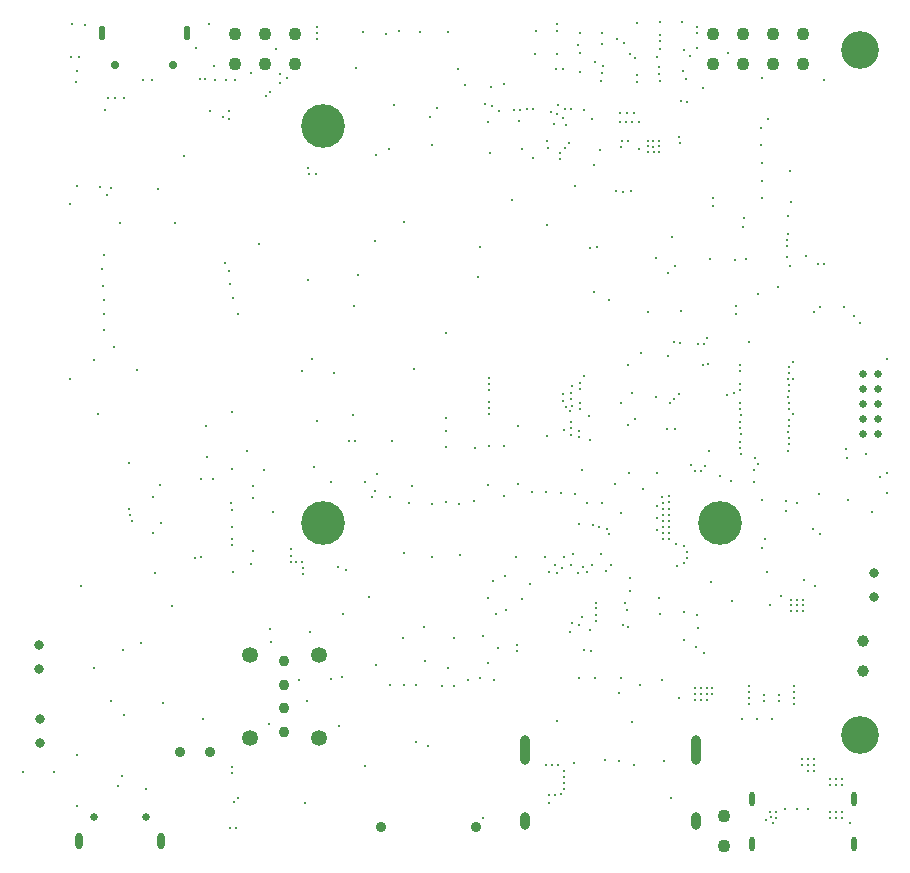
<source format=gbr>
%FSTAX23Y23*%
%MOIN*%
%SFA1B1*%

%IPPOS*%
%ADD254O,0.023622X0.055118*%
%ADD255C,0.025591*%
%ADD256C,0.035433*%
%ADD257C,0.031496*%
%ADD258C,0.053150*%
%ADD259C,0.043307*%
%ADD260O,0.019685X0.047244*%
%ADD261C,0.145669*%
%ADD262C,0.125984*%
%ADD263O,0.019685X0.051181*%
%ADD264C,0.027559*%
%ADD265C,0.043307*%
%ADD266O,0.031496X0.098425*%
%ADD267O,0.031496X0.059055*%
%ADD268C,0.036220*%
%ADD269C,0.039370*%
%ADD270C,0.007874*%
%LNx98_carrier_v1r2_12082022_pth_drill-1*%
%LPD*%
G54D254*
X00224Y00072D03*
X005D03*
G54D255*
X00275Y00154D03*
X0045D03*
X0289Y01528D03*
Y01478D03*
X0284D03*
Y01428D03*
Y01528D03*
Y01578D03*
X0289Y01428D03*
Y01578D03*
X0284Y01628D03*
X0289D03*
G54D256*
X00561Y0037D03*
X00661D03*
X01232Y00118D03*
X01547D03*
G54D257*
X00094Y00479D03*
Y00401D03*
X00093Y00647D03*
Y00725D03*
X02875Y00887D03*
Y00965D03*
G54D258*
X00796Y00417D03*
X01024D03*
Y00692D03*
X00796D03*
G54D259*
X02374Y00157D03*
Y00057D03*
G54D260*
X02468Y00062D03*
X02809Y00062D03*
Y00212D03*
X02468D03*
G54D261*
X01038Y01133D03*
Y02456D03*
X02361Y01133D03*
G54D262*
X02828Y02708D03*
Y00425D03*
G54D263*
X00584Y02765D03*
X00301D03*
G54D264*
X00346Y02661D03*
X00539D03*
G54D265*
X02637Y02764D03*
X02537D03*
X02437D03*
X02337D03*
Y02664D03*
X02437D03*
X02537D03*
X02637D03*
X00944Y02764D03*
X00844D03*
X00744D03*
Y02664D03*
X00844D03*
X00944D03*
G54D266*
X01713Y00375D03*
X02283D03*
G54D267*
X02283Y00139D03*
X01713D03*
G54D268*
X0091Y00437D03*
Y00515D03*
Y00594D03*
Y00673D03*
G54D269*
X02837Y0064D03*
Y0074D03*
G54D270*
X00678Y02608D03*
X00715Y02609D03*
X01487Y02645D03*
X01275Y02527D03*
X01737Y02351D03*
X01702Y02378D03*
X01594Y02366D03*
X01362Y02771D03*
X01456Y02769D03*
X01419Y02516D03*
X01249Y02764D03*
X01171Y02768D03*
X01292Y02772D03*
X00392Y01333D03*
X0029Y01496D03*
X00143Y00304D03*
X00219Y00361D03*
Y00188D03*
X00038Y00304D03*
X02596Y02305D03*
X00419Y01644D03*
X00275Y00651D03*
X00535Y00856D03*
X00847Y02555D03*
X00862Y02568D03*
X00894Y026D03*
X00661Y02506D03*
X00724Y02505D03*
X00627Y02613D03*
X00645D03*
X00614Y02715D03*
X00674Y02655D03*
X00657Y02797D03*
X00194Y01614D03*
X01213Y02074D03*
X00472Y01218D03*
X00494Y01259D03*
X00275Y01677D03*
X02769Y0026D03*
X02729Y0028D03*
X02749D03*
X02674Y00345D03*
X02769Y0028D03*
X02783Y0138D03*
X02894Y01287D03*
X02749Y0026D03*
X0273Y0026D03*
X02674Y00305D03*
Y00325D03*
X00232Y00924D03*
X00194Y02196D03*
X00373Y00711D03*
X00374Y00493D03*
X0045Y00245D03*
X00356Y00257D03*
X00433Y00734D03*
X00504Y00534D03*
X00637Y0048D03*
X00333Y00539D03*
X0037Y00289D03*
X0073Y00117D03*
X0075D03*
X00478Y00967D03*
X01513Y02593D03*
X026Y02203D03*
X0022Y02256D03*
X0109Y00985D03*
X01017Y01473D03*
X01137Y01493D03*
X01116Y00975D03*
X00967Y01638D03*
X01075Y01633D03*
X01998Y00993D03*
X01983Y00974D03*
X01647Y00843D03*
X01571Y00755D03*
X01952Y02054D03*
X01614Y00828D03*
X01927Y02049D03*
X01993Y01096D03*
X01587Y02471D03*
X00307Y02026D03*
X00303Y01978D03*
X00306Y01923D03*
X00308Y01875D03*
X00754Y01831D03*
X00729Y01931D03*
X0074Y01884D03*
X00725Y01973D03*
X01888Y00966D03*
X01904Y00985D03*
X0192Y00968D03*
X01936Y00993D03*
X00343Y0172D03*
X00309Y01777D03*
Y01829D03*
X00216Y02603D03*
X00226Y02686D03*
X00217Y02638D03*
X002Y02687D03*
X01447Y01767D03*
X01562Y02053D03*
X01555Y01952D03*
X00824Y02064D03*
X02284Y00826D03*
X01154Y0196D03*
X01879Y02257D03*
X01106Y0083D03*
X02162Y00831D03*
X02307Y007D03*
X01621Y00715D03*
X02503Y02617D03*
X01963Y02375D03*
X02331Y00936D03*
X01861Y0077D03*
X01892Y00792D03*
X02056Y00785D03*
X02162Y02759D03*
X02241Y0271D03*
X02249Y02614D03*
X02158Y02628D03*
X02086Y02625D03*
X01969Y02633D03*
X02157Y00883D03*
X01201Y0122D03*
X01193Y00887D03*
X01308Y01032D03*
X01214Y0066D03*
X02225Y00551D03*
X02033Y00615D03*
X02459Y0055D03*
Y0057D03*
Y0053D03*
X02095Y00592D03*
X01388Y00389D03*
X02287Y00782D03*
X02459Y01736D03*
X02409Y01565D03*
X02318Y01751D03*
X01785Y02127D03*
Y01423D03*
X02501Y01049D03*
X02582Y01207D03*
X02026Y00565D03*
X02401Y00874D03*
X02306Y02584D03*
X01934Y02478D03*
X02397Y01274D03*
X01903Y0131D03*
X00746Y0261D03*
X00797Y02632D03*
X00724Y0248D03*
X00705Y02485D03*
X00917Y02617D03*
X0181Y02462D03*
X00894Y02629D03*
X01474Y00588D03*
X00786Y01373D03*
X00497Y01133D03*
X0255Y0015D03*
X02516Y00143D03*
X02532Y00152D03*
X02538Y00133D03*
X022Y00215D03*
X0182Y00474D03*
X01572Y00151D03*
X00857Y00462D03*
X02767Y00171D03*
X00735Y01059D03*
X00994Y00769D03*
X02584Y02077D03*
Y02057D03*
X02648Y02024D03*
X02555Y01919D03*
X02694Y01854D03*
X02807Y01822D03*
X02774Y01853D03*
X02693Y0123D03*
X02619Y012D03*
X02566Y00888D03*
X01946Y00616D03*
X0268Y00922D03*
X02642Y00944D03*
X00738Y00968D03*
X00797Y00996D03*
X01103Y00621D03*
X01064Y00613D03*
X00959Y00608D03*
X00864Y00735D03*
X00862Y00779D03*
X01091Y00457D03*
X00985Y00541D03*
X00651Y01353D03*
X00736Y01313D03*
X00842Y01308D03*
X00804Y01257D03*
Y01217D03*
X00733Y01198D03*
X00873Y01169D03*
X00633Y01021D03*
X00395Y01159D03*
X00401Y01139D03*
X00392Y01179D03*
X00805Y0104D03*
X00612Y01017D03*
X00631Y01279D03*
X00671D03*
X00735Y01177D03*
Y01118D03*
Y01079D03*
X00472Y01098D03*
X02794Y00134D03*
X02175Y0034D03*
X02076Y00326D03*
X02026Y00341D03*
X01978Y00342D03*
X02489Y01896D03*
X02327Y02014D03*
X01435Y0059D03*
X00544Y02133D03*
X00361Y02134D03*
X01848Y02458D03*
X01587Y00666D03*
X01607Y0061D03*
X02596Y0199D03*
X01456Y00651D03*
X0138Y00673D03*
X01785Y02407D03*
X02729Y0017D03*
X02749D03*
X02729Y0015D03*
X02749D03*
X02769D03*
X02579Y0018D03*
X02547Y00171D03*
X02529Y0017D03*
X02634Y00325D03*
X02654Y00305D03*
Y00325D03*
Y00345D03*
X02634D03*
X0135Y00592D03*
X01308D03*
X00883Y02713D03*
X00576Y02356D03*
X01475Y0075D03*
X01813Y00993D03*
X01792Y0097D03*
X01948Y00807D03*
X02242Y00742D03*
X0195Y00848D03*
X01841Y01021D03*
X0195Y00867D03*
X01865Y00993D03*
X0195Y00827D03*
X0182Y00966D03*
X01835Y00982D03*
X02241Y00836D03*
X02559Y0054D03*
Y0056D03*
X02509Y0054D03*
Y0056D03*
X02609Y0053D03*
Y0055D03*
Y0057D03*
Y0059D03*
X02459D03*
X02434Y00478D03*
X02535D03*
X02485D03*
X00988Y01942D03*
X01562Y00616D03*
X01523Y0061D03*
X01263Y00592D03*
X01821Y02525D03*
X00488Y02246D03*
X01003Y01678D03*
X023Y01306D03*
X0243Y01659D03*
X02304Y01661D03*
X02324Y01374D03*
X02188Y01689D03*
X02209Y01735D03*
X02099Y017D03*
X01876Y00332D03*
X01841Y00305D03*
X01403Y02394D03*
X00469Y02611D03*
X00439D03*
X01867Y00801D03*
X02058Y01301D03*
X01626Y02507D03*
X01601Y02523D03*
X01578Y0253D03*
X01394Y02486D03*
X02323Y01662D03*
X02032Y01534D03*
X02067Y01567D03*
X02055Y0166D03*
X02229Y01732D03*
X01865Y01451D03*
Y01471D03*
X01862Y01505D03*
X01926Y01488D03*
X02149Y01553D03*
X02312Y01324D03*
X02363Y01288D03*
X02153Y01299D03*
X02104Y01245D03*
X0204Y02237D03*
X02016Y02238D03*
X02065D03*
X01146Y01406D03*
X01126D03*
X02588Y02096D03*
X0065Y01455D03*
X00712Y01999D03*
X01403Y01018D03*
X02687Y01995D03*
X02707D03*
X01669Y0221D03*
X02709Y02609D03*
X02336Y00564D03*
Y00583D03*
X02277D03*
X02317Y00543D03*
Y00563D03*
X02297Y00543D03*
X02067Y00468D03*
X01403Y01197D03*
X00931Y01004D03*
X02502Y02332D03*
X02588Y02155D03*
X02501Y02216D03*
Y02274D03*
X025Y02451D03*
Y02392D03*
X01973Y02656D03*
X01966Y02606D03*
X01944Y02671D03*
X02085Y02604D03*
X01641Y01224D03*
X02277Y00543D03*
X01496Y01025D03*
X01965Y0103D03*
X01873Y01028D03*
X02587Y01374D03*
Y01436D03*
X02606Y01495D03*
X02587Y01553D03*
Y01613D03*
X02606Y01614D03*
Y01669D03*
X02487Y01329D03*
X01993Y01876D03*
X01543Y01206D03*
X01588Y01261D03*
X01927Y0141D03*
X02593Y01573D03*
Y01593D03*
X00736Y01503D03*
X02032Y01165D03*
X01967Y01198D03*
X0192Y01198D03*
X01493Y01195D03*
X01779Y0102D03*
X02167Y00611D03*
X00244Y02794D03*
X01324Y012D03*
X01893Y01131D03*
X0196Y01118D03*
X01937Y01126D03*
X0243Y01533D03*
X01604Y0094D03*
X0243Y01595D03*
X0135Y00403D03*
X0243Y01513D03*
X01304Y0075D03*
X0243Y01404D03*
X01212Y01239D03*
X01177Y01269D03*
X01645Y00957D03*
X01589Y00882D03*
X0173Y00929D03*
X01986Y01114D03*
X0243Y01639D03*
Y01575D03*
X02012Y01263D03*
X0243Y01384D03*
Y0145D03*
Y01469D03*
X02069Y02468D03*
X01845Y02383D03*
X02513Y01078D03*
X00756Y00215D03*
X01683Y01019D03*
X00201Y02795D03*
X00376Y0255D03*
X01689Y01263D03*
X02215Y01063D03*
X02789Y01209D03*
X02519Y00971D03*
X02218Y00991D03*
X02867Y0117D03*
X02694Y01095D03*
X02251Y01037D03*
X02241Y01056D03*
X02252Y01016D03*
X02241Y00998D03*
X02062Y0095D03*
X02527Y00858D03*
X0188Y01229D03*
X01735Y01237D03*
X01641Y01388D03*
X01593Y01515D03*
Y01577D03*
X01593Y01389D03*
X01593Y01596D03*
Y01495D03*
Y01535D03*
Y01615D03*
X01447Y01204D03*
X01262Y01221D03*
X01864Y02513D03*
X0186Y02399D03*
X01907Y02508D03*
X01839Y02483D03*
X01844Y02513D03*
X01818Y02495D03*
X01798Y02504D03*
X01737Y02513D03*
X01718Y02513D03*
X0182Y02773D03*
X02034Y02406D03*
X01642Y02595D03*
X02048Y02468D03*
X01942Y02327D03*
X01829Y02367D03*
X0197Y02729D03*
X01969Y02766D03*
X01896Y02635D03*
X01894Y02765D03*
X02055Y02406D03*
X02158Y02406D03*
X02523Y02481D03*
X01828Y02347D03*
X02043Y02733D03*
X01675Y02509D03*
X01598Y02587D03*
X0182Y02695D03*
X01696Y02508D03*
X01747Y02774D03*
X01745Y02697D03*
X02503Y01209D03*
X02121Y02388D03*
X0223Y02401D03*
X02224Y02421D03*
X01376Y00786D03*
X0182Y02796D03*
X02122Y01835D03*
X01909Y01622D03*
X01891Y01419D03*
Y01439D03*
X02477Y0135D03*
X02431Y01493D03*
X00346Y0255D03*
X00321D03*
X00311Y0251D03*
X02074Y025D03*
X0203D03*
X02029Y02468D03*
X02052Y025D03*
X02141Y02368D03*
X02122Y02369D03*
X02159Y02368D03*
X02086Y02801D03*
X01791Y002D03*
X01831Y0023D03*
X01811Y00225D03*
X01791D03*
X01841Y00245D03*
Y00265D03*
Y00285D03*
X01821Y00325D03*
X01801D03*
X01781D03*
X02599Y0084D03*
X02619D03*
X0264D03*
X02599Y00859D03*
X02619D03*
X0264D03*
Y00877D03*
X02619D03*
X02599D03*
X02252Y02536D03*
X02078Y02684D03*
X00977Y00198D03*
X01177Y00324D03*
X01686Y00705D03*
Y00725D03*
X02447Y02012D03*
X02411Y0201D03*
X0234Y02188D03*
X02093Y02471D03*
X01891Y00617D03*
X01909Y00708D03*
X00734Y0032D03*
Y00301D03*
X00743Y00203D03*
X02201Y02085D03*
X02212Y0199D03*
X02033Y02386D03*
X01703Y00881D03*
X02388Y02699D03*
X02785Y01349D03*
X01789Y02383D03*
X02277Y00563D03*
X02297D03*
X02317Y00583D03*
X02297D03*
X0262Y00179D03*
X02656D03*
X01901Y0082D03*
X02172Y01098D03*
Y01078D03*
Y01139D03*
Y01119D03*
X02171Y0118D03*
Y0116D03*
X0217Y0122D03*
X02171Y01201D03*
X0244Y02121D03*
X01894Y01534D03*
Y01514D03*
X02593Y01415D03*
X02582Y01173D03*
X0122Y01295D03*
X01838Y02645D03*
X0224Y02641D03*
X02282Y00718D03*
X02037Y00793D03*
X01342Y01645D03*
X01269Y01406D03*
X0131Y02136D03*
X01142Y01855D03*
X01257Y02378D03*
X0099Y02316D03*
X00992Y02296D03*
X01016D03*
X01336Y01257D03*
X02586Y0202D03*
X0215Y02016D03*
X02672Y01114D03*
X02158Y02388D03*
X0214Y02406D03*
Y02387D03*
X02121Y02406D03*
X02163Y02714D03*
X02474Y01309D03*
X02919Y01233D03*
X02284Y02766D03*
X02286Y02717D03*
X02235Y02802D03*
X02153Y02686D03*
X02018Y02747D03*
X02338Y02216D03*
X02188Y01967D03*
X02828Y01801D03*
X02675Y01835D03*
X02415Y01855D03*
X02232Y01838D03*
X02415Y01829D03*
X02093Y0238D03*
X0189Y02725D03*
X01815Y02647D03*
X01691Y02472D03*
X01942Y01902D03*
X02431Y01429D03*
Y01364D03*
X02224Y01562D03*
X02209Y01546D03*
X02194Y01532D03*
X02211Y01447D03*
X02185Y01446D03*
X02077Y0148D03*
X02056Y01461D03*
X02918Y013D03*
X02474Y01268D03*
X02266Y01325D03*
X02192Y01222D03*
X02193Y01119D03*
Y01139D03*
Y01098D03*
X02192Y0118D03*
Y0116D03*
X02193Y01078D03*
X02192Y01202D03*
X02153Y01191D03*
X02153Y0115D03*
X02151Y01108D03*
X01833Y01234D03*
X01783Y01235D03*
X01688Y01455D03*
X01545Y01383D03*
X01933Y00707D03*
X0102Y02745D03*
Y02765D03*
Y02785D03*
X01147Y02649D03*
X01215Y02359D03*
X0145Y01482D03*
Y01438D03*
Y01387D03*
X00295Y02252D03*
X00331Y02248D03*
X0032Y02226D03*
X00933Y01045D03*
X00932Y01024D03*
X00948Y01004D03*
X00972Y00984D03*
X00967Y01004D03*
X00972Y00964D03*
X02062Y00906D03*
X02044Y00865D03*
X01928Y00777D03*
X02051Y00843D03*
X02287Y0173D03*
X02848Y01363D03*
X01894Y01598D03*
Y01578D03*
X01865Y01566D03*
Y01546D03*
X02918Y0168D03*
X0231Y0173D03*
X02233Y02539D03*
X02441Y0215D03*
X02163Y02802D03*
X02161Y02738D03*
X01894Y02699D03*
X02285Y02787D03*
X02061Y02696D03*
X0216Y02654D03*
X02161Y02606D03*
X02261Y02689D03*
X02385Y0156D03*
X02277Y01306D03*
X02593Y01652D03*
Y01632D03*
Y01533D03*
Y01513D03*
Y01475D03*
Y01455D03*
Y01395D03*
X01865Y01426D03*
X01841Y01443D03*
X01848Y01521D03*
X01869Y01523D03*
X01839Y01539D03*
X0184Y01563D03*
X01868Y0159D03*
X01066Y0127D03*
X01007Y0132D03*
M02*
</source>
